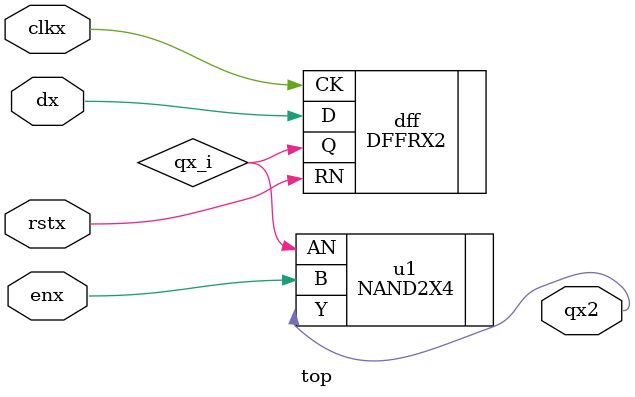
<source format=v>
module top( clkx, enx, rstx, dx, qx2 );

input clkx, enx, dx, rstx;
output qx2;

  DFFRX2 dff( .D( dx ), .Q( qx_i ), .CK( clkx ), .RN( rstx ));
  NAND2X4 u1 ( .AN ( qx_i ) , .B ( enx ) , .Y ( qx2 ) ) ;
endmodule


</source>
